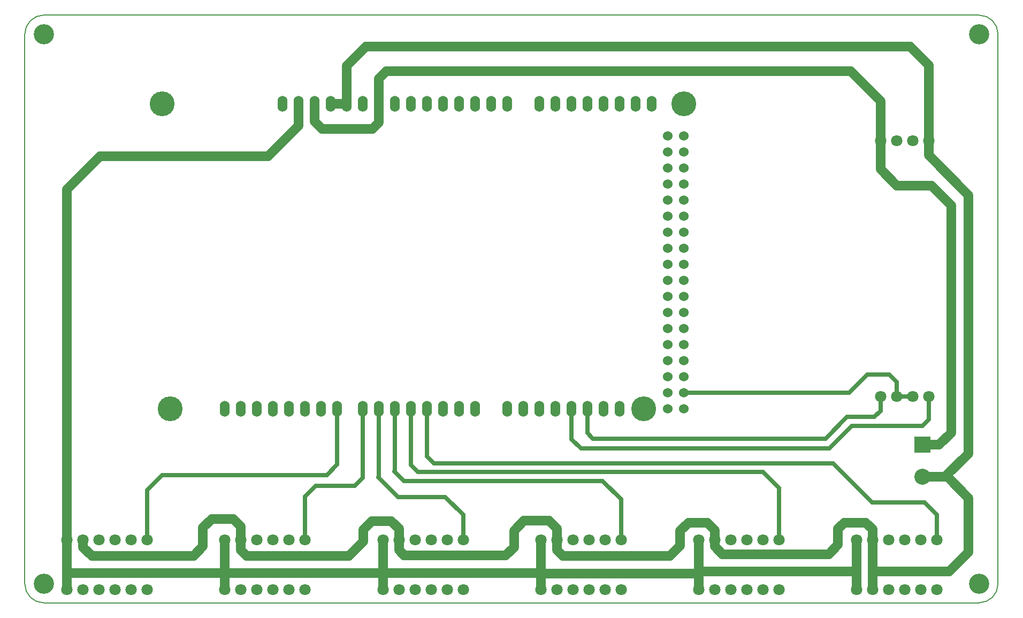
<source format=gbr>
G04 #@! TF.FileFunction,Copper,L1,Top,Signal*
%FSLAX46Y46*%
G04 Gerber Fmt 4.6, Leading zero omitted, Abs format (unit mm)*
G04 Created by KiCad (PCBNEW 4.0.1-3.201512221402+6198~38~ubuntu14.04.1-stable) date mié 10 feb 2016 13:21:11 CST*
%MOMM*%
G01*
G04 APERTURE LIST*
%ADD10C,0.100000*%
%ADD11C,0.150000*%
%ADD12C,3.200000*%
%ADD13O,1.524000X2.540000*%
%ADD14C,3.937000*%
%ADD15C,1.524000*%
%ADD16C,1.800000*%
%ADD17R,2.540000X2.540000*%
%ADD18C,2.540000*%
%ADD19C,0.700000*%
%ADD20C,1.500000*%
G04 APERTURE END LIST*
D10*
D11*
X229400000Y-53800000D02*
G75*
G03X226400000Y-50800000I-3000000J0D01*
G01*
X226400000Y-143800000D02*
G75*
G03X229400000Y-140800000I0J3000000D01*
G01*
X78400000Y-50800000D02*
G75*
G03X75400000Y-53800000I0J-3000000D01*
G01*
X75400000Y-140800000D02*
G75*
G03X78400000Y-143800000I3000000J0D01*
G01*
X75400000Y-53800000D02*
X75400000Y-140800000D01*
X226400000Y-50800000D02*
X78400000Y-50800000D01*
X229400000Y-140800000D02*
X229400000Y-53800000D01*
X78400000Y-143800000D02*
X226400000Y-143800000D01*
D12*
X226400000Y-140800000D03*
X226400000Y-53800000D03*
X78400000Y-53800000D03*
D13*
X151740000Y-113100000D03*
X154280000Y-113100000D03*
X156820000Y-113100000D03*
X159360000Y-113100000D03*
X161900000Y-113100000D03*
X164440000Y-113100000D03*
X166980000Y-113100000D03*
X169520000Y-113100000D03*
X174600000Y-64840000D03*
X172060000Y-64840000D03*
X169520000Y-64840000D03*
X166980000Y-64840000D03*
X156820000Y-64840000D03*
X151740000Y-64840000D03*
X149200000Y-64840000D03*
X159360000Y-64840000D03*
X161900000Y-64840000D03*
X164440000Y-64840000D03*
X146660000Y-64840000D03*
X144120000Y-64840000D03*
X141580000Y-64840000D03*
X133960000Y-64840000D03*
X136500000Y-64840000D03*
X139040000Y-64840000D03*
X128880000Y-64840000D03*
X126340000Y-64840000D03*
X123800000Y-64840000D03*
X118720000Y-64840000D03*
X116180000Y-64840000D03*
X146660000Y-113100000D03*
X144120000Y-113100000D03*
X141580000Y-113100000D03*
X139040000Y-113100000D03*
X136500000Y-113100000D03*
X133960000Y-113100000D03*
X131420000Y-113100000D03*
X128880000Y-113100000D03*
X124816000Y-113100000D03*
X122276000Y-113100000D03*
X119736000Y-113100000D03*
X117196000Y-113100000D03*
X114656000Y-113100000D03*
X112116000Y-113100000D03*
X109576000Y-113100000D03*
X107036000Y-113100000D03*
X121260000Y-64840000D03*
D14*
X179680000Y-64840000D03*
X173330000Y-113100000D03*
X98400000Y-113100000D03*
X97130000Y-64840000D03*
D15*
X177140000Y-110560000D03*
X179680000Y-110560000D03*
X177140000Y-108020000D03*
X179680000Y-108020000D03*
X177140000Y-105480000D03*
X179680000Y-105480000D03*
X177140000Y-102940000D03*
X179680000Y-102940000D03*
X177140000Y-113100000D03*
X179680000Y-113100000D03*
X179680000Y-100400000D03*
X177140000Y-100400000D03*
X177140000Y-97860000D03*
X179680000Y-97860000D03*
X177140000Y-95320000D03*
X179680000Y-95320000D03*
X177140000Y-92780000D03*
X179680000Y-92780000D03*
X177140000Y-90240000D03*
X179680000Y-90240000D03*
X177140000Y-87700000D03*
X179680000Y-87700000D03*
X177140000Y-85160000D03*
X179680000Y-85160000D03*
X177140000Y-82620000D03*
X179680000Y-82620000D03*
X177140000Y-80080000D03*
X179680000Y-80080000D03*
X177140000Y-77540000D03*
X179680000Y-77540000D03*
X177140000Y-75000000D03*
X179680000Y-75000000D03*
X177140000Y-72460000D03*
X179680000Y-72460000D03*
X177140000Y-69920000D03*
X179680000Y-69920000D03*
D16*
X210790000Y-111150000D03*
X213330000Y-111150000D03*
X215870000Y-111150000D03*
X218410000Y-111150000D03*
X210790000Y-70650000D03*
X213330000Y-70650000D03*
X215870000Y-70650000D03*
X218410000Y-70650000D03*
X219750000Y-133850000D03*
X217210000Y-133850000D03*
X214670000Y-133850000D03*
X212130000Y-133850000D03*
X209590000Y-133850000D03*
X207050000Y-133850000D03*
X219750000Y-141750000D03*
X217210000Y-141750000D03*
X214670000Y-141750000D03*
X212130000Y-141750000D03*
X209590000Y-141750000D03*
X207050000Y-141750000D03*
X194750000Y-133850000D03*
X192210000Y-133850000D03*
X189670000Y-133850000D03*
X187130000Y-133850000D03*
X184590000Y-133850000D03*
X182050000Y-133850000D03*
X194750000Y-141750000D03*
X192210000Y-141750000D03*
X189670000Y-141750000D03*
X187130000Y-141750000D03*
X184590000Y-141750000D03*
X182050000Y-141750000D03*
X169750000Y-133850000D03*
X167210000Y-133850000D03*
X164670000Y-133850000D03*
X162130000Y-133850000D03*
X159590000Y-133850000D03*
X157050000Y-133850000D03*
X169750000Y-141750000D03*
X167210000Y-141750000D03*
X164670000Y-141750000D03*
X162130000Y-141750000D03*
X159590000Y-141750000D03*
X157050000Y-141750000D03*
X144750000Y-133850000D03*
X142210000Y-133850000D03*
X139670000Y-133850000D03*
X137130000Y-133850000D03*
X134590000Y-133850000D03*
X132050000Y-133850000D03*
X144750000Y-141750000D03*
X142210000Y-141750000D03*
X139670000Y-141750000D03*
X137130000Y-141750000D03*
X134590000Y-141750000D03*
X132050000Y-141750000D03*
X119750000Y-133850000D03*
X117210000Y-133850000D03*
X114670000Y-133850000D03*
X112130000Y-133850000D03*
X109590000Y-133850000D03*
X107050000Y-133850000D03*
X119750000Y-141750000D03*
X117210000Y-141750000D03*
X114670000Y-141750000D03*
X112130000Y-141750000D03*
X109590000Y-141750000D03*
X107050000Y-141750000D03*
X94750000Y-133850000D03*
X92210000Y-133850000D03*
X89670000Y-133850000D03*
X87130000Y-133850000D03*
X84590000Y-133850000D03*
X82050000Y-133850000D03*
X94750000Y-141750000D03*
X92210000Y-141750000D03*
X89670000Y-141750000D03*
X87130000Y-141750000D03*
X84590000Y-141750000D03*
X82050000Y-141750000D03*
D17*
X217430000Y-118810000D03*
D18*
X217430000Y-123890000D03*
D12*
X78400000Y-140800000D03*
D19*
X163400000Y-119400000D02*
X161900000Y-117900000D01*
X161900000Y-117900000D02*
X161900000Y-113100000D01*
X202700000Y-119400000D02*
X163400000Y-119400000D01*
X206300000Y-115800000D02*
X202700000Y-119400000D01*
X217400000Y-115800000D02*
X206300000Y-115800000D01*
X218410000Y-114790000D02*
X217400000Y-115800000D01*
X218410000Y-111150000D02*
X218410000Y-114790000D01*
X209800000Y-114400000D02*
X210790000Y-113410000D01*
X210790000Y-113410000D02*
X210790000Y-111150000D01*
X205500000Y-114400000D02*
X209800000Y-114400000D01*
X202100000Y-117800000D02*
X205500000Y-114400000D01*
X165300000Y-117800000D02*
X202100000Y-117800000D01*
X164440000Y-116940000D02*
X165300000Y-117800000D01*
X164440000Y-113100000D02*
X164440000Y-116940000D01*
D20*
X209590000Y-133850000D02*
X209590000Y-138800000D01*
X224700000Y-135800000D02*
X221700000Y-138800000D01*
X221700000Y-138800000D02*
X209590000Y-138800000D01*
X224700000Y-127200000D02*
X224700000Y-135800000D01*
X221390000Y-123890000D02*
X224700000Y-127200000D01*
X217430000Y-123890000D02*
X221390000Y-123890000D01*
X215500000Y-55800000D02*
X218410000Y-58710000D01*
X218410000Y-58710000D02*
X218410000Y-70650000D01*
X129400000Y-55800000D02*
X215500000Y-55800000D01*
X126340000Y-58860000D02*
X129400000Y-55800000D01*
X126340000Y-64840000D02*
X126340000Y-58860000D01*
X123800000Y-64840000D02*
X126340000Y-64840000D01*
X224700000Y-120200000D02*
X221010000Y-123890000D01*
X221010000Y-123890000D02*
X217430000Y-123890000D01*
X224700000Y-79300000D02*
X224700000Y-120200000D01*
X218410000Y-73010000D02*
X224700000Y-79300000D01*
X218410000Y-70650000D02*
X218410000Y-73010000D01*
X208500000Y-131100000D02*
X209590000Y-132190000D01*
X209590000Y-132190000D02*
X209590000Y-133850000D01*
X205100000Y-131100000D02*
X208500000Y-131100000D01*
X204100000Y-132100000D02*
X205100000Y-131100000D01*
X204100000Y-134600000D02*
X204100000Y-132100000D01*
X202600000Y-136100000D02*
X204100000Y-134600000D01*
X185800000Y-136100000D02*
X202600000Y-136100000D01*
X184590000Y-134890000D02*
X185800000Y-136100000D01*
X184590000Y-133850000D02*
X184590000Y-134890000D01*
X183400000Y-131100000D02*
X184590000Y-132290000D01*
X184590000Y-132290000D02*
X184590000Y-133850000D01*
X180400000Y-131100000D02*
X183400000Y-131100000D01*
X179100000Y-132400000D02*
X180400000Y-131100000D01*
X179100000Y-134800000D02*
X179100000Y-132400000D01*
X177500000Y-136400000D02*
X179100000Y-134800000D01*
X160500000Y-136400000D02*
X177500000Y-136400000D01*
X159590000Y-135490000D02*
X160500000Y-136400000D01*
X159590000Y-133850000D02*
X159590000Y-135490000D01*
X158300000Y-130800000D02*
X159590000Y-132090000D01*
X159590000Y-132090000D02*
X159590000Y-133850000D01*
X154400000Y-130800000D02*
X158300000Y-130800000D01*
X152800000Y-132400000D02*
X154400000Y-130800000D01*
X152800000Y-135000000D02*
X152800000Y-132400000D01*
X151500000Y-136300000D02*
X152800000Y-135000000D01*
X135400000Y-136300000D02*
X151500000Y-136300000D01*
X134590000Y-135490000D02*
X135400000Y-136300000D01*
X134590000Y-133850000D02*
X134590000Y-135490000D01*
X133400000Y-130900000D02*
X134590000Y-132090000D01*
X134590000Y-132090000D02*
X134590000Y-133850000D01*
X130300000Y-130900000D02*
X133400000Y-130900000D01*
X129000000Y-132200000D02*
X130300000Y-130900000D01*
X129000000Y-134100000D02*
X129000000Y-132200000D01*
X126700000Y-136400000D02*
X129000000Y-134100000D01*
X110500000Y-136400000D02*
X126700000Y-136400000D01*
X109590000Y-135490000D02*
X110500000Y-136400000D01*
X109590000Y-133850000D02*
X109590000Y-135490000D01*
X108400000Y-130500000D02*
X109590000Y-131690000D01*
X109590000Y-131690000D02*
X109590000Y-133850000D01*
X105000000Y-130500000D02*
X108400000Y-130500000D01*
X103600000Y-131900000D02*
X105000000Y-130500000D01*
X103600000Y-134900000D02*
X103600000Y-131900000D01*
X102100000Y-136400000D02*
X103600000Y-134900000D01*
X86000000Y-136400000D02*
X102100000Y-136400000D01*
X84590000Y-134990000D02*
X86000000Y-136400000D01*
X84590000Y-133850000D02*
X84590000Y-134990000D01*
D19*
X213330000Y-111150000D02*
X215870000Y-111150000D01*
X212200000Y-107700000D02*
X213330000Y-108830000D01*
X213330000Y-108830000D02*
X213330000Y-111150000D01*
X208700000Y-107700000D02*
X212200000Y-107700000D01*
X205840000Y-110560000D02*
X208700000Y-107700000D01*
X179680000Y-110560000D02*
X205840000Y-110560000D01*
D20*
X131400000Y-60900000D02*
X132600000Y-59700000D01*
X132600000Y-59700000D02*
X206100000Y-59700000D01*
X131400000Y-67800000D02*
X131400000Y-60900000D01*
X130400000Y-68800000D02*
X131400000Y-67800000D01*
X122400000Y-68800000D02*
X130400000Y-68800000D01*
X121260000Y-67660000D02*
X122400000Y-68800000D01*
X121260000Y-64840000D02*
X121260000Y-67660000D01*
X206100000Y-59700000D02*
X210790000Y-64390000D01*
X210790000Y-64390000D02*
X210790000Y-70650000D01*
X213400000Y-77800000D02*
X210790000Y-75190000D01*
X210790000Y-75190000D02*
X210790000Y-70650000D01*
X218900000Y-77800000D02*
X213400000Y-77800000D01*
X222000000Y-80900000D02*
X218900000Y-77800000D01*
X222000000Y-116900000D02*
X222000000Y-80900000D01*
X220090000Y-118810000D02*
X222000000Y-116900000D01*
X217430000Y-118810000D02*
X220090000Y-118810000D01*
D19*
X131420000Y-113100000D02*
X131420000Y-123880000D01*
X131420000Y-123880000D02*
X131340000Y-123960000D01*
X144750000Y-129900000D02*
X144750000Y-133850000D01*
X141950000Y-127100000D02*
X144750000Y-129900000D01*
X134500000Y-127100000D02*
X141950000Y-127100000D01*
X132720000Y-125320000D02*
X134500000Y-127100000D01*
X132700000Y-125320000D02*
X132720000Y-125320000D01*
X131340000Y-123960000D02*
X132700000Y-125320000D01*
X124816000Y-113100000D02*
X124816000Y-121944000D01*
X123170000Y-123590000D02*
X97100000Y-123590000D01*
X124816000Y-121944000D02*
X123170000Y-123590000D01*
X97100000Y-123590000D02*
X94750000Y-125940000D01*
X94750000Y-125940000D02*
X94750000Y-133850000D01*
D20*
X207050000Y-133850000D02*
X207050000Y-138900000D01*
X207050000Y-138900000D02*
X207050000Y-141750000D01*
X182050000Y-138800000D02*
X206900000Y-138800000D01*
X182050000Y-133850000D02*
X182050000Y-138800000D01*
X182050000Y-138800000D02*
X182050000Y-141750000D01*
X157050000Y-139200000D02*
X181650000Y-139200000D01*
X181650000Y-139200000D02*
X182050000Y-138800000D01*
X157050000Y-133850000D02*
X157050000Y-139200000D01*
X157050000Y-139200000D02*
X157050000Y-141750000D01*
X131650000Y-139100000D02*
X156950000Y-139100000D01*
X156950000Y-139100000D02*
X157050000Y-139200000D01*
X132050000Y-133850000D02*
X132050000Y-139500000D01*
X106750000Y-139100000D02*
X131650000Y-139100000D01*
X132050000Y-139500000D02*
X132050000Y-141750000D01*
X131650000Y-139100000D02*
X132050000Y-139500000D01*
X82050000Y-139100000D02*
X82050000Y-141750000D01*
X82050000Y-133850000D02*
X82050000Y-139100000D01*
X107050000Y-133850000D02*
X107050000Y-139400000D01*
X107050000Y-139400000D02*
X107050000Y-141750000D01*
X82050000Y-139100000D02*
X106750000Y-139100000D01*
X106750000Y-139100000D02*
X107050000Y-139400000D01*
X87300000Y-73100000D02*
X82050000Y-78350000D01*
X82050000Y-78350000D02*
X82050000Y-133850000D01*
X113900000Y-73100000D02*
X87300000Y-73100000D01*
X118720000Y-68280000D02*
X113900000Y-73100000D01*
X118720000Y-64840000D02*
X118720000Y-68280000D01*
D19*
X139040000Y-113100000D02*
X139040000Y-120640000D01*
X139040000Y-120640000D02*
X140100000Y-121700000D01*
X217800000Y-127900000D02*
X219750000Y-129850000D01*
X219750000Y-129850000D02*
X219750000Y-133850000D01*
X209500000Y-127900000D02*
X217800000Y-127900000D01*
X203300000Y-121700000D02*
X209500000Y-127900000D01*
X140100000Y-121700000D02*
X203300000Y-121700000D01*
X136500000Y-113100000D02*
X136500000Y-122000000D01*
X136500000Y-122000000D02*
X137600000Y-123100000D01*
X137600000Y-123100000D02*
X192200000Y-123100000D01*
X192200000Y-123100000D02*
X194750000Y-125650000D01*
X194750000Y-125650000D02*
X194750000Y-133850000D01*
X133960000Y-113100000D02*
X133960000Y-122940000D01*
X133960000Y-122940000D02*
X133900000Y-123000000D01*
X169750000Y-133850000D02*
X169750000Y-127450000D01*
X169750000Y-127450000D02*
X166800000Y-124500000D01*
X135400000Y-124500000D02*
X133900000Y-123000000D01*
X166800000Y-124500000D02*
X135400000Y-124500000D01*
X128880000Y-113100000D02*
X128880000Y-124060000D01*
X128880000Y-124060000D02*
X127620000Y-125320000D01*
X119750000Y-127010000D02*
X119750000Y-133850000D01*
X127620000Y-125320000D02*
X121440000Y-125320000D01*
X121440000Y-125320000D02*
X119750000Y-127010000D01*
D20*
X209590000Y-138800000D02*
X209590000Y-141750000D01*
M02*

</source>
